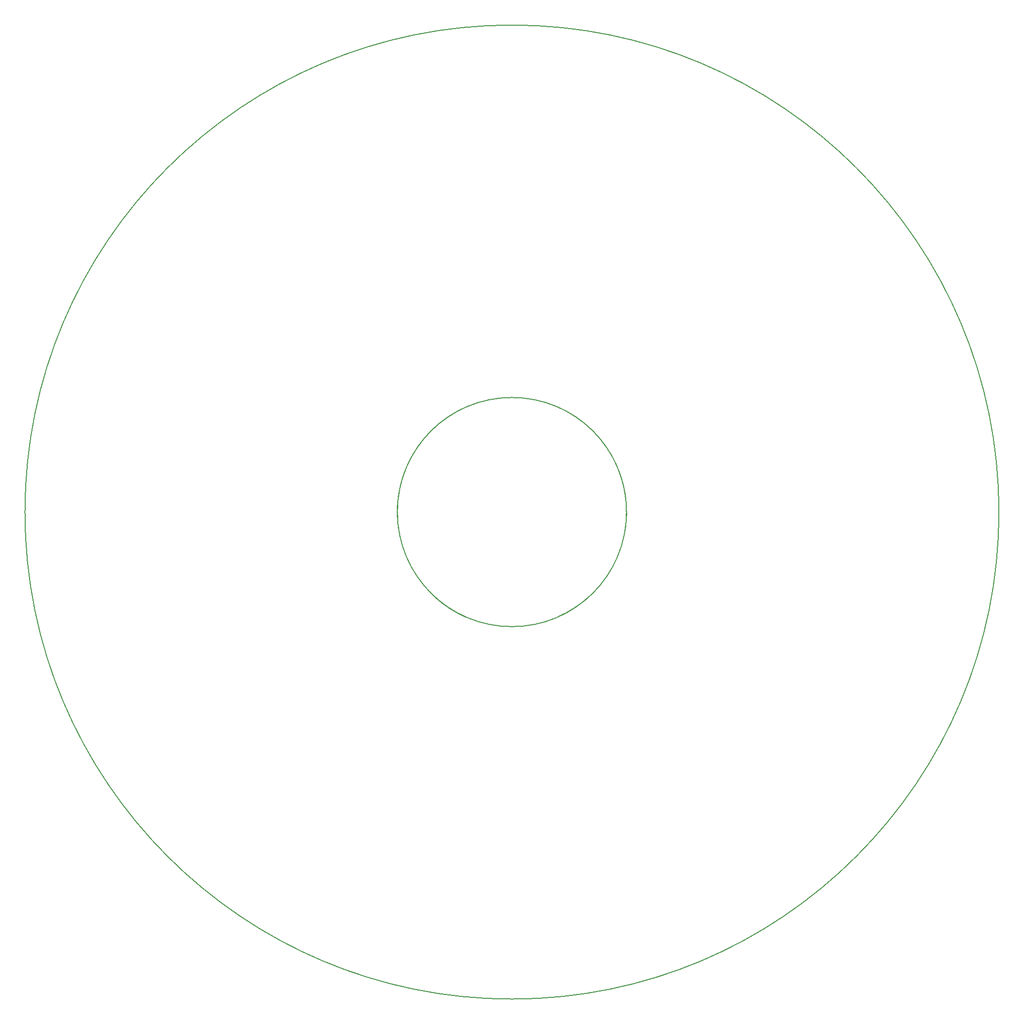
<source format=gbr>
G04 #@! TF.GenerationSoftware,KiCad,Pcbnew,(5.0.1-3-g963ef8bb5)*
G04 #@! TF.CreationDate,2019-09-11T13:55:26+02:00*
G04 #@! TF.ProjectId,crecol_v30,637265636F6C5F7633302E6B69636164,rev?*
G04 #@! TF.SameCoordinates,Original*
G04 #@! TF.FileFunction,Profile,NP*
%FSLAX46Y46*%
G04 Gerber Fmt 4.6, Leading zero omitted, Abs format (unit mm)*
G04 Created by KiCad (PCBNEW (5.0.1-3-g963ef8bb5)) date 2019 September 11, Wednesday 13:55:26*
%MOMM*%
%LPD*%
G01*
G04 APERTURE LIST*
%ADD10C,0.150000*%
%ADD11C,0.200000*%
G04 APERTURE END LIST*
D10*
X91975970Y-118354969D02*
G75*
G02X86500001Y-114799999I8024030J18354969D01*
G01*
X113513715Y-114706102D02*
G75*
G02X107999999Y-118299999I-13513715J14706102D01*
G01*
X80463771Y-104321932D02*
G75*
G02X94002211Y-80911525I19536229J4321932D01*
G01*
X106025212Y-80920163D02*
G75*
G02X119529999Y-104350000I-6025212J-19079837D01*
G01*
X120000000Y-100000000D02*
G75*
G03X120000000Y-100000000I-20000000J0D01*
G01*
D11*
X185000000Y-100000000D02*
G75*
G03X185000000Y-100000000I-85000000J0D01*
G01*
M02*

</source>
